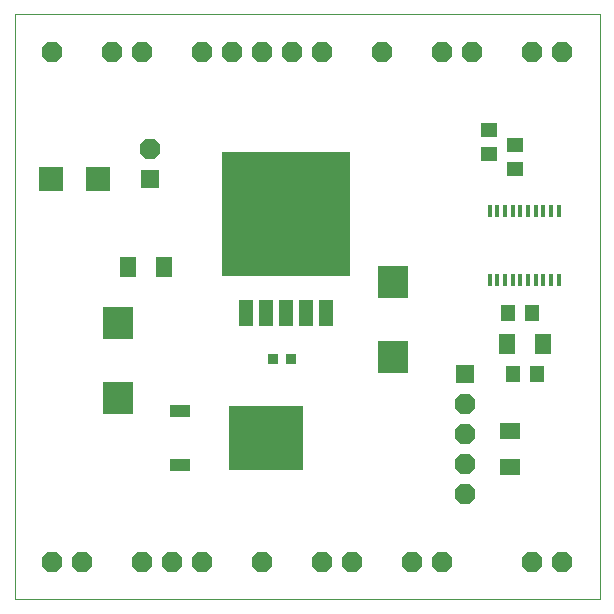
<source format=gts>
G75*
%MOIN*%
%OFA0B0*%
%FSLAX24Y24*%
%IPPOS*%
%LPD*%
%AMOC8*
5,1,8,0,0,1.08239X$1,22.5*
%
%ADD10C,0.0000*%
%ADD11R,0.0160X0.0430*%
%ADD12R,0.0552X0.0670*%
%ADD13R,0.0512X0.0552*%
%ADD14R,0.0552X0.0512*%
%ADD15R,0.0640X0.0640*%
%ADD16OC8,0.0689*%
%ADD17R,0.4292X0.4138*%
%ADD18R,0.0460X0.0890*%
%ADD19R,0.0985X0.1064*%
%ADD20R,0.0827X0.0827*%
%ADD21R,0.0355X0.0355*%
%ADD22R,0.2481X0.2166*%
%ADD23R,0.0670X0.0434*%
%ADD24R,0.0670X0.0552*%
D10*
X000500Y000500D02*
X000500Y019996D01*
X000500Y020000D02*
X020000Y020000D01*
X020000Y019996D02*
X020000Y000500D01*
X000500Y000500D01*
D11*
X016329Y011135D03*
X016585Y011135D03*
X016841Y011135D03*
X017096Y011135D03*
X017352Y011135D03*
X017608Y011135D03*
X017864Y011135D03*
X018120Y011135D03*
X018376Y011135D03*
X018632Y011135D03*
X018632Y013432D03*
X018376Y013432D03*
X018120Y013432D03*
X017864Y013432D03*
X017608Y013432D03*
X017352Y013432D03*
X017096Y013432D03*
X016841Y013432D03*
X016585Y013432D03*
X016329Y013432D03*
D12*
X016900Y009000D03*
X018100Y009000D03*
X005466Y011575D03*
X004266Y011575D03*
D13*
X016935Y010031D03*
X017735Y010031D03*
X017900Y008000D03*
X017100Y008000D03*
D14*
X017185Y014832D03*
X017185Y015632D03*
X016315Y015344D03*
X016315Y016144D03*
D15*
X015500Y008000D03*
X005000Y014500D03*
D16*
X005000Y015500D03*
X004750Y018750D03*
X003750Y018750D03*
X001750Y018750D03*
X006750Y018750D03*
X007750Y018750D03*
X008750Y018750D03*
X009750Y018750D03*
X010750Y018750D03*
X012750Y018750D03*
X014750Y018750D03*
X015750Y018750D03*
X017750Y018750D03*
X018750Y018750D03*
X015500Y007000D03*
X015500Y006000D03*
X015500Y005000D03*
X015500Y004000D03*
X014750Y001750D03*
X013750Y001750D03*
X011750Y001750D03*
X010750Y001750D03*
X008750Y001750D03*
X006750Y001750D03*
X005750Y001750D03*
X004750Y001750D03*
X002750Y001750D03*
X001750Y001750D03*
X017750Y001750D03*
X018750Y001750D03*
D17*
X009547Y013331D03*
D18*
X009547Y010051D03*
X008877Y010051D03*
X008207Y010051D03*
X010217Y010051D03*
X010887Y010051D03*
D19*
X013106Y011089D03*
X013106Y008589D03*
X003961Y009719D03*
X003961Y007219D03*
D20*
X003287Y014500D03*
X001713Y014500D03*
D21*
X009106Y008528D03*
X009706Y008528D03*
D22*
X008886Y005874D03*
D23*
X006012Y004976D03*
X006012Y006772D03*
D24*
X017000Y006100D03*
X017000Y004900D03*
M02*

</source>
